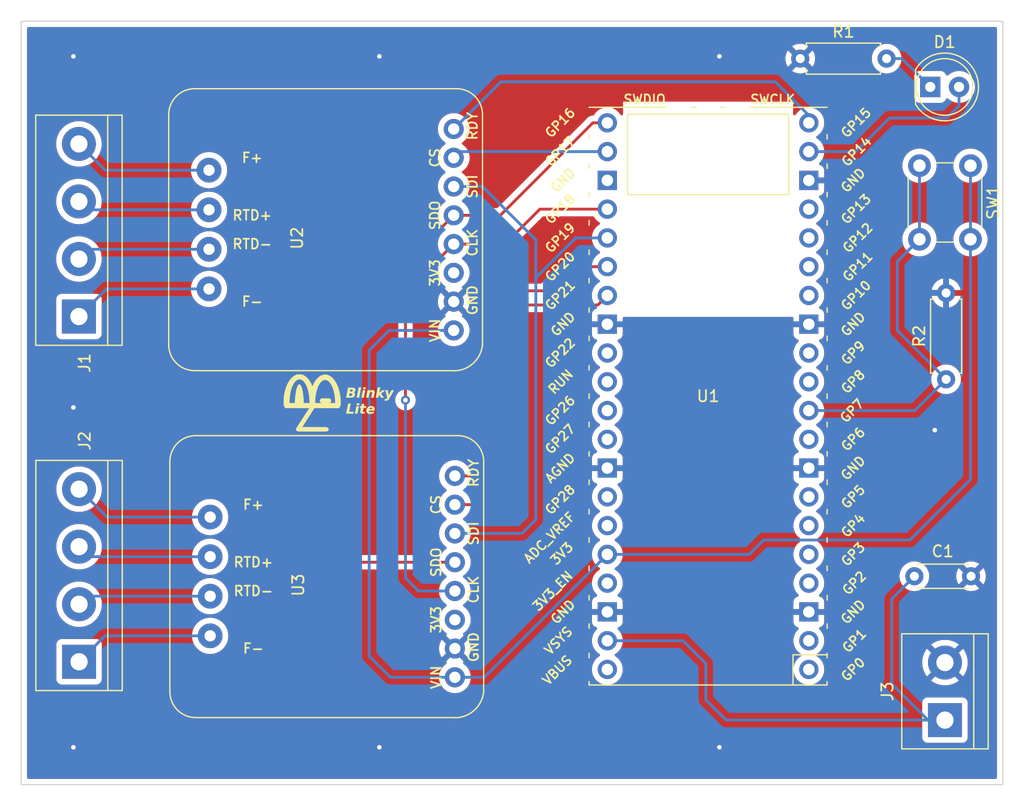
<source format=kicad_pcb>
(kicad_pcb (version 20211014) (generator pcbnew)
  (layers (0 "F.Cu" signal) (31 "B.Cu" signal) (34 "B.Paste" user) (35 "F.Paste" user) (36 "B.SilkS" user "B.Silkscreen") (37 "F.SilkS" user "F.Silkscreen") (38 "B.Mask" user) (39 "F.Mask" user) (44 "Edge.Cuts" user))
  (net 0 "")
  (net 1 "Net-(C1-Pad1)")
  (net 2 "GND")
  (net 3 "Net-(R2-Pad1)")
  (net 5 "Net-(D1-Pad1)")
  (net 9 "Net-(J1-Pad1)")
  (net 10 "Net-(J1-Pad2)")
  (net 15 "Net-(J1-Pad3)")
  (net 16 "Net-(J1-Pad4)")
  (net 17 "Net-(J2-Pad1)")
  (net 18 "Net-(J2-Pad2)")
  (net 21 "Net-(J2-Pad3)")
  (net 22 "Net-(U1-Pad19)")
  (net 23 "Net-(J2-Pad4)")
  (net 27 "Net-(U1-Pad21)")
  (net 28 "Net-(U1-Pad22)")
  (net 29 "Net-(U1-Pad24)")
  (net 30 "Net-(U1-Pad25)")
  (net 32 "Net-(SW1-Pad1)")
  (net 42 "Net-(U2-Pad8)")
  (net 43 "Net-(U3-Pad8)")
  (net 44 "Net-(U3-Pad7)")
  (footprint "Resistor_THT:R_Axial_DIN0207_L6.3mm_D2.5mm_P7.62mm_Horizontal" (layer "F.Cu") (at 182 81.51 90)
    (fp_text reference "R2" (at 3.81 -2.37 90) (layer "F.SilkS"))
    (fp_text value "10k")
    (pad "1" thru_hole circle (at 0 0 90) (size 1.6 1.6) (drill 0.8) (layers *.Cu *.Mask) (net 3 "Net-(R2-Pad1)"))
    (pad "2" thru_hole oval (at 7.62 0 90) (size 1.6 1.6) (drill 0.8) (layers *.Cu *.Mask) (net 2 "GND"))
  )
  (footprint "Button_Switch_THT:SW_PUSH_6mm" (layer "F.Cu") (at 184.15 62.65 -90)
    (fp_text reference "SW1" (at 3.25 -2 90) (layer "F.SilkS"))
    (fp_text value "SW_Push")
    (pad "1" thru_hole circle (at 6.5 0) (size 2 2) (drill 1.1) (layers *.Cu *.Mask) (net 32 "Net-(SW1-Pad1)"))
    (pad "1" thru_hole circle (at 0 0) (size 2 2) (drill 1.1) (layers *.Cu *.Mask) (net 32 "Net-(SW1-Pad1)"))
    (pad "2" thru_hole circle (at 0 4.5) (size 2 2) (drill 1.1) (layers *.Cu *.Mask) (net 3 "Net-(R2-Pad1)"))
    (pad "2" thru_hole circle (at 6.5 4.5) (size 2 2) (drill 1.1) (layers *.Cu *.Mask) (net 3 "Net-(R2-Pad1)"))
  )
  (footprint "TerminalBlock:TerminalBlock_bornier-4_P5.08mm" (layer "F.Cu") (at 105.5 106.4514 90)
    (fp_text reference "J2" (at 19.5 0.5 90) (layer "F.SilkS"))
    (fp_text value "Screw_Terminal_01x04")
    (pad "1" thru_hole rect (at 0 0 90) (size 3 3) (drill 1.52) (layers *.Cu *.Mask) (net 17 "Net-(J2-Pad1)"))
    (pad "2" thru_hole circle (at 5.08 0 90) (size 3 3) (drill 1.52) (layers *.Cu *.Mask) (net 18 "Net-(J2-Pad2)"))
    (pad "3" thru_hole circle (at 10.16 0 90) (size 3 3) (drill 1.52) (layers *.Cu *.Mask) (net 21 "Net-(J2-Pad3)"))
    (pad "4" thru_hole circle (at 15.24 0 90) (size 3 3) (drill 1.52) (layers *.Cu *.Mask) (net 23 "Net-(J2-Pad4)"))
  )
  (footprint "MCU_RaspberryPi_and_Boards:RPi_Pico_SMD_TH" (layer "F.Cu") (at 161 83 180)
    (fp_text reference "U1" (at 0 0) (layer "F.SilkS"))
    (fp_text value "Pico")
    (fp_text user "GP26" (at 13.054 -1.27 45) (layer "F.SilkS") (effects (font (size 0.8 0.8))))
    (fp_text user "GP15" (at -13.054 24.13 45) (layer "F.SilkS") (effects (font (size 0.8 0.8))))
    (fp_text user "GP1" (at -12.9 -21.6 45) (layer "F.SilkS") (effects (font (size 0.8 0.8))))
    (fp_text user "GP28" (at 13.054 -9.144 45) (layer "F.SilkS") (effects (font (size 0.8 0.8))))
    (fp_text user "GND" (at -12.8 -19.05 45) (layer "F.SilkS") (effects (font (size 0.8 0.8))))
    (fp_text user "GP20" (at 13.054 11.43 45) (layer "F.SilkS") (effects (font (size 0.8 0.8))))
    (fp_text user "GP27" (at 13.054 -3.8 45) (layer "F.SilkS") (effects (font (size 0.8 0.8))))
    (fp_text user "SWCLK" (at -5.7 26.2) (layer "F.SilkS") (effects (font (size 0.8 0.8))))
    (fp_text user "GND" (at 12.8 6.35 45) (layer "F.SilkS") (effects (font (size 0.8 0.8))))
    (fp_text user "GP21" (at 13.054 8.9 45) (layer "F.SilkS") (effects (font (size 0.8 0.8))))
    (fp_text user "AGND" (at 13.054 -6.35 45) (layer "F.SilkS") (effects (font (size 0.8 0.8))))
    (fp_text user "GP19" (at 13.054 13.97 45) (layer "F.SilkS") (effects (font (size 0.8 0.8))))
    (fp_text user "GP5" (at -12.8 -8.89 45) (layer "F.SilkS") (effects (font (size 0.8 0.8))))
    (fp_text user "GP6" (at -12.8 -3.81 45) (layer "F.SilkS") (effects (font (size 0.8 0.8))))
    (fp_text user "GP12" (at -13.2 13.97 45) (layer "F.SilkS") (effects (font (size 0.8 0.8))))
    (fp_text user "GP14" (at -13.1 21.59 45) (layer "F.SilkS") (effects (font (size 0.8 0.8))))
    (fp_text user "GND" (at 12.8 -19.05 45) (layer "F.SilkS") (effects (font (size 0.8 0.8))))
    (fp_text user "GND" (at 12.8 19.05 45) (layer "F.SilkS") (effects (font (size 0.8 0.8))))
    (fp_text user "GP4" (at -12.8 -11.43 45) (layer "F.SilkS") (effects (font (size 0.8 0.8))))
    (fp_text user "GP2" (at -12.9 -16.51 45) (layer "F.SilkS") (effects (font (size 0.8 0.8))))
    (fp_text user "GP0" (at -12.8 -24.13 45) (layer "F.SilkS") (effects (font (size 0.8 0.8))))
    (fp_text user "GP13" (at -13.054 16.51 45) (layer "F.SilkS") (effects (font (size 0.8 0.8))))
    (fp_text user "GP11" (at -13.2 11.43 45) (layer "F.SilkS") (effects (font (size 0.8 0.8))))
    (fp_text user "3V3" (at 12.9 -13.9 45) (layer "F.SilkS") (effects (font (size 0.8 0.8))))
    (fp_text user "GP9" (at -12.8 3.81 45) (layer "F.SilkS") (effects (font (size 0.8 0.8))))
    (fp_text user "GP8" (at -12.8 1.27 45) (layer "F.SilkS") (effects (font (size 0.8 0.8))))
    (fp_text user "3V3_EN" (at 13.7 -17.2 45) (layer "F.SilkS") (effects (font (size 0.8 0.8))))
    (fp_text user "GP22" (at 13.054 3.81 45) (layer "F.SilkS") (effects (font (size 0.8 0.8))))
    (fp_text user "GND" (at -12.8 6.35 45) (layer "F.SilkS") (effects (font (size 0.8 0.8))))
    (fp_text user "GND" (at -12.8 -6.35 45) (layer "F.SilkS") (effects (font (size 0.8 0.8))))
    (fp_text user "GP10" (at -13.054 8.89 45) (layer "F.SilkS") (effects (font (size 0.8 0.8))))
    (fp_text user "GP17" (at 13.054 21.59 45) (layer "F.SilkS") (effects (font (size 0.8 0.8))))
    (fp_text user "VSYS" (at 13.2 -21.59 45) (layer "F.SilkS") (effects (font (size 0.8 0.8))))
    (fp_text user "GP16" (at 13.054 24.13 45) (layer "F.SilkS") (effects (font (size 0.8 0.8))))
    (fp_text user "GND" (at -12.8 19.05 45) (layer "F.SilkS") (effects (font (size 0.8 0.8))))
    (fp_text user "RUN" (at 13 1.27 45) (layer "F.SilkS") (effects (font (size 0.8 0.8))))
    (fp_text user "ADC_VREF" (at 14 -12.5 45) (layer "F.SilkS") (effects (font (size 0.8 0.8))))
    (fp_text user "GP3" (at -12.8 -13.97 45) (layer "F.SilkS") (effects (font (size 0.8 0.8))))
    (fp_text user "SWDIO" (at 5.6 26.2) (layer "F.SilkS") (effects (font (size 0.8 0.8))))
    (fp_text user "VBUS" (at 13.3 -24.2 45) (layer "F.SilkS") (effects (font (size 0.8 0.8))))
    (fp_text user "GP7" (at -12.7 -1.3 45) (layer "F.SilkS") (effects (font (size 0.8 0.8))))
    (fp_text user "GP18" (at 13.054 16.51 45) (layer "F.SilkS") (effects (font (size 0.8 0.8))))
    (pad "1" thru_hole oval (at -8.89 -24.13 180) (size 1.7 1.7) (drill 1.02) (layers *.Cu *.Mask))
    (pad "2" thru_hole oval (at -8.89 -21.59 180) (size 1.7 1.7) (drill 1.02) (layers *.Cu *.Mask))
    (pad "3" thru_hole rect (at -8.89 -19.05 180) (size 1.7 1.7) (drill 1.02) (layers *.Cu *.Mask) (net 2 "GND"))
    (pad "4" thru_hole oval (at -8.89 -16.51 180) (size 1.7 1.7) (drill 1.02) (layers *.Cu *.Mask))
    (pad "5" thru_hole oval (at -8.89 -13.97 180) (size 1.7 1.7) (drill 1.02) (layers *.Cu *.Mask))
    (pad "6" thru_hole oval (at -8.89 -11.43 180) (size 1.7 1.7) (drill 1.02) (layers *.Cu *.Mask))
    (pad "7" thru_hole oval (at -8.89 -8.89 180) (size 1.7 1.7) (drill 1.02) (layers *.Cu *.Mask))
    (pad "8" thru_hole rect (at -8.89 -6.35 180) (size 1.7 1.7) (drill 1.02) (layers *.Cu *.Mask) (net 2 "GND"))
    (pad "9" thru_hole oval (at -8.89 -3.81 180) (size 1.7 1.7) (drill 1.02) (layers *.Cu *.Mask))
    (pad "10" thru_hole oval (at -8.89 -1.27 180) (size 1.7 1.7) (drill 1.02) (layers *.Cu *.Mask) (net 3 "Net-(R2-Pad1)"))
    (pad "11" thru_hole oval (at -8.89 1.27 180) (size 1.7 1.7) (drill 1.02) (layers *.Cu *.Mask))
    (pad "12" thru_hole oval (at -8.89 3.81 180) (size 1.7 1.7) (drill 1.02) (layers *.Cu *.Mask))
    (pad "13" thru_hole rect (at -8.89 6.35 180) (size 1.7 1.7) (drill 1.02) (layers *.Cu *.Mask) (net 2 "GND"))
    (pad "14" thru_hole oval (at -8.89 8.89 180) (size 1.7 1.7) (drill 1.02) (layers *.Cu *.Mask))
    (pad "15" thru_hole oval (at -8.89 11.43 180) (size 1.7 1.7) (drill 1.02) (layers *.Cu *.Mask))
    (pad "16" thru_hole oval (at -8.89 13.97 180) (size 1.7 1.7) (drill 1.02) (layers *.Cu *.Mask))
    (pad "17" thru_hole oval (at -8.89 16.51 180) (size 1.7 1.7) (drill 1.02) (layers *.Cu *.Mask))
    (pad "18" thru_hole rect (at -8.89 19.05 180) (size 1.7 1.7) (drill 1.02) (layers *.Cu *.Mask) (net 2 "GND"))
    (pad "19" thru_hole oval (at -8.89 21.59 180) (size 1.7 1.7) (drill 1.02) (layers *.Cu *.Mask) (net 22 "Net-(U1-Pad19)"))
    (pad "20" thru_hole oval (at -8.89 24.13 180) (size 1.7 1.7) (drill 1.02) (layers *.Cu *.Mask) (net 42 "Net-(U2-Pad8)"))
    (pad "21" thru_hole oval (at 8.89 24.13 180) (size 1.7 1.7) (drill 1.02) (layers *.Cu *.Mask) (net 27 "Net-(U1-Pad21)"))
    (pad "22" thru_hole oval (at 8.89 21.59 180) (size 1.7 1.7) (drill 1.02) (layers *.Cu *.Mask) (net 28 "Net-(U1-Pad22)"))
    (pad "23" thru_hole rect (at 8.89 19.05 180) (size 1.7 1.7) (drill 1.02) (layers *.Cu *.Mask))
    (pad "24" thru_hole oval (at 8.89 16.51 180) (size 1.7 1.7) (drill 1.02) (layers *.Cu *.Mask) (net 29 "Net-(U1-Pad24)"))
    (pad "25" thru_hole oval (at 8.89 13.97 180) (size 1.7 1.7) (drill 1.02) (layers *.Cu *.Mask) (net 30 "Net-(U1-Pad25)"))
    (pad "26" thru_hole oval (at 8.89 11.43 180) (size 1.7 1.7) (drill 1.02) (layers *.Cu *.Mask) (net 43 "Net-(U3-Pad8)"))
    (pad "27" thru_hole oval (at 8.89 8.89 180) (size 1.7 1.7) (drill 1.02) (layers *.Cu *.Mask) (net 44 "Net-(U3-Pad7)"))
    (pad "28" thru_hole rect (at 8.89 6.35 180) (size 1.7 1.7) (drill 1.02) (layers *.Cu *.Mask) (net 2 "GND"))
    (pad "29" thru_hole oval (at 8.89 3.81 180) (size 1.7 1.7) (drill 1.02) (layers *.Cu *.Mask))
    (pad "30" thru_hole oval (at 8.89 1.27 180) (size 1.7 1.7) (drill 1.02) (layers *.Cu *.Mask))
    (pad "31" thru_hole oval (at 8.89 -1.27 180) (size 1.7 1.7) (drill 1.02) (layers *.Cu *.Mask))
    (pad "32" thru_hole oval (at 8.89 -3.81 180) (size 1.7 1.7) (drill 1.02) (layers *.Cu *.Mask))
    (pad "33" thru_hole rect (at 8.89 -6.35 180) (size 1.7 1.7) (drill 1.02) (layers *.Cu *.Mask) (net 2 "GND"))
    (pad "34" thru_hole oval (at 8.89 -8.89 180) (size 1.7 1.7) (drill 1.02) (layers *.Cu *.Mask))
    (pad "35" thru_hole oval (at 8.89 -11.43 180) (size 1.7 1.7) (drill 1.02) (layers *.Cu *.Mask))
    (pad "36" thru_hole oval (at 8.89 -13.97 180) (size 1.7 1.7) (drill 1.02) (layers *.Cu *.Mask) (net 32 "Net-(SW1-Pad1)"))
    (pad "37" thru_hole oval (at 8.89 -16.51 180) (size 1.7 1.7) (drill 1.02) (layers *.Cu *.Mask))
    (pad "38" thru_hole rect (at 8.89 -19.05 180) (size 1.7 1.7) (drill 1.02) (layers *.Cu *.Mask) (net 2 "GND"))
    (pad "39" thru_hole oval (at 8.89 -21.59 180) (size 1.7 1.7) (drill 1.02) (layers *.Cu *.Mask) (net 1 "Net-(C1-Pad1)"))
    (pad "40" thru_hole oval (at 8.89 -24.13 180) (size 1.7 1.7) (drill 1.02) (layers *.Cu *.Mask))
  )
  (footprint "Resistor_THT:R_Axial_DIN0207_L6.3mm_D2.5mm_P7.62mm_Horizontal" (layer "F.Cu") (at 169.13 53.2)
    (fp_text reference "R1" (at 3.81 -2.37) (layer "F.SilkS"))
    (fp_text value "220")
    (pad "1" thru_hole circle (at 0 0) (size 1.6 1.6) (drill 0.8) (layers *.Cu *.Mask) (net 2 "GND"))
    (pad "2" thru_hole oval (at 7.62 0) (size 1.6 1.6) (drill 0.8) (layers *.Cu *.Mask) (net 5 "Net-(D1-Pad1)"))
  )
  (footprint "LED_THT:LED_D5.0mm" (layer "F.Cu") (at 180.6 55.7)
    (fp_text reference "D1" (at 1.27 -3.96) (layer "F.SilkS"))
    (fp_text value "LED")
    (pad "1" thru_hole rect (at 0 0) (size 1.8 1.8) (drill 0.9) (layers *.Cu *.Mask) (net 5 "Net-(D1-Pad1)"))
    (pad "2" thru_hole circle (at 2.54 0) (size 1.8 1.8) (drill 0.9) (layers *.Cu *.Mask) (net 22 "Net-(U1-Pad19)"))
  )
  (footprint "MAX31865:MAX31865" (layer "F.Cu") (at 138.6586 107.8212 90)
    (fp_text reference "U3" (at 8.146051 -13.816949 90 unlocked) (layer "F.SilkS"))
    (fp_text value "MAX31865")
    (fp_text user "F-" (at 2.54 -17.78) (layer "F.SilkS") (effects (font (size 0.8636 0.8636) (thickness 0.1524))))
    (fp_text user "SDO" (at 10.16 -1.651 90) (layer "F.SilkS") (effects (font (size 0.8636 0.8636) (thickness 0.1524))))
    (fp_text user "VIN" (at 0 -1.651 90) (layer "F.SilkS") (effects (font (size 0.8636 0.8636) (thickness 0.1524))))
    (fp_text user "RTD-" (at 7.62 -17.78) (layer "F.SilkS") (effects (font (size 0.8636 0.8636) (thickness 0.1524))))
    (fp_text user "GND" (at 2.667 1.651 90) (layer "F.SilkS") (effects (font (size 0.8636 0.8636) (thickness 0.1524))))
    (fp_text user "SDI" (at 12.7 1.651 90) (layer "F.SilkS") (effects (font (size 0.8636 0.8636) (thickness 0.1524))))
    (fp_text user "RDY" (at 18.034 1.651 90) (layer "F.SilkS") (effects (font (size 0.8636 0.8636) (thickness 0.1524))))
    (fp_text user "RTD+" (at 10.16 -17.78) (layer "F.SilkS") (effects (font (size 0.8636 0.8636) (thickness 0.1524))))
    (fp_text user "CS" (at 15.24 -1.651 90) (layer "F.SilkS") (effects (font (size 0.8636 0.8636) (thickness 0.1524))))
    (fp_text user "CLK" (at 7.747 1.651 90) (layer "F.SilkS") (effects (font (size 0.8636 0.8636) (thickness 0.1524))))
    (fp_text user "F+" (at 15.24 -17.78) (layer "F.SilkS") (effects (font (size 0.8636 0.8636) (thickness 0.1524))))
    (fp_text user "3V3" (at 5.08 -1.651 90) (layer "F.SilkS") (effects (font (size 0.8636 0.8636) (thickness 0.1524))))
    (pad "1" thru_hole circle (at 0 0 180) (size 1.778 1.778) (drill 1) (layers *.Cu *.Mask) (net 32 "Net-(SW1-Pad1)"))
    (pad "2" thru_hole circle (at 2.54 0 180) (size 1.778 1.778) (drill 1) (layers *.Cu *.Mask) (net 2 "GND"))
    (pad "3" thru_hole circle (at 5.08 0 180) (size 1.778 1.778) (drill 1) (layers *.Cu *.Mask))
    (pad "4" thru_hole circle (at 7.62 0 180) (size 1.778 1.778) (drill 1) (layers *.Cu *.Mask) (net 29 "Net-(U1-Pad24)"))
    (pad "5" thru_hole circle (at 10.16 0 180) (size 1.778 1.778) (drill 1) (layers *.Cu *.Mask) (net 27 "Net-(U1-Pad21)"))
    (pad "6" thru_hole circle (at 12.7 0 180) (size 1.778 1.778) (drill 1) (layers *.Cu *.Mask) (net 30 "Net-(U1-Pad25)"))
    (pad "7" thru_hole circle (at 15.24 0 180) (size 1.778 1.778) (drill 1) (layers *.Cu *.Mask) (net 44 "Net-(U3-Pad7)"))
    (pad "8" thru_hole circle (at 17.78 0 180) (size 1.778 1.778) (drill 1) (layers *.Cu *.Mask) (net 43 "Net-(U3-Pad8)"))
    (pad "9" thru_hole circle (at 3.661 -21.59 270) (size 2.1844 2.1844) (drill 1) (layers *.Cu *.Mask) (net 17 "Net-(J2-Pad1)"))
    (pad "10" thru_hole circle (at 7.161 -21.59 270) (size 2.1844 2.1844) (drill 1) (layers *.Cu *.Mask) (net 18 "Net-(J2-Pad2)"))
    (pad "11" thru_hole circle (at 10.646 -21.59 270) (size 2.1844 2.1844) (drill 1) (layers *.Cu *.Mask) (net 21 "Net-(J2-Pad3)"))
    (pad "12" thru_hole circle (at 14.146 -21.59 270) (size 2.1844 2.1844) (drill 1) (layers *.Cu *.Mask) (net 23 "Net-(J2-Pad4)"))
  )
  (footprint "MAX31865:MAX31865" (layer "F.Cu") (at 138.557 77.194 90)
    (fp_text reference "U2" (at 8.146051 -13.816949 90 unlocked) (layer "F.SilkS"))
    (fp_text value "MAX31865")
    (fp_text user "GND" (at 2.667 1.651 90) (layer "F.SilkS") (effects (font (size 0.8636 0.8636) (thickness 0.1524))))
    (fp_text user "F+" (at 15.24 -17.78) (layer "F.SilkS") (effects (font (size 0.8636 0.8636) (thickness 0.1524))))
    (fp_text user "RTD-" (at 7.62 -17.78) (layer "F.SilkS") (effects (font (size 0.8636 0.8636) (thickness 0.1524))))
    (fp_text user "3V3" (at 5.08 -1.651 90) (layer "F.SilkS") (effects (font (size 0.8636 0.8636) (thickness 0.1524))))
    (fp_text user "CS" (at 15.24 -1.651 90) (layer "F.SilkS") (effects (font (size 0.8636 0.8636) (thickness 0.1524))))
    (fp_text user "F-" (at 2.54 -17.78) (layer "F.SilkS") (effects (font (size 0.8636 0.8636) (thickness 0.1524))))
    (fp_text user "SDI" (at 12.7 1.651 90) (layer "F.SilkS") (effects (font (size 0.8636 0.8636) (thickness 0.1524))))
    (fp_text user "VIN" (at 0 -1.651 90) (layer "F.SilkS") (effects (font (size 0.8636 0.8636) (thickness 0.1524))))
    (fp_text user "RDY" (at 18.034 1.651 90) (layer "F.SilkS") (effects (font (size 0.8636 0.8636) (thickness 0.1524))))
    (fp_text user "CLK" (at 7.747 1.651 90) (layer "F.SilkS") (effects (font (size 0.8636 0.8636) (thickness 0.1524))))
    (fp_text user "SDO" (at 10.16 -1.651 90) (layer "F.SilkS") (effects (font (size 0.8636 0.8636) (thickness 0.1524))))
    (fp_text user "RTD+" (at 10.16 -17.78) (layer "F.SilkS") (effects (font (size 0.8636 0.8636) (thickness 0.1524))))
    (pad "1" thru_hole circle (at 0 0 180) (size 1.778 1.778) (drill 1) (layers *.Cu *.Mask) (net 32 "Net-(SW1-Pad1)"))
    (pad "2" thru_hole circle (at 2.54 0 180) (size 1.778 1.778) (drill 1) (layers *.Cu *.Mask) (net 2 "GND"))
    (pad "3" thru_hole circle (at 5.08 0 180) (size 1.778 1.778) (drill 1) (layers *.Cu *.Mask))
    (pad "4" thru_hole circle (at 7.62 0 180) (size 1.778 1.778) (drill 1) (layers *.Cu *.Mask) (net 29 "Net-(U1-Pad24)"))
    (pad "5" thru_hole circle (at 10.16 0 180) (size 1.778 1.778) (drill 1) (layers *.Cu *.Mask) (net 27 "Net-(U1-Pad21)"))
    (pad "6" thru_hole circle (at 12.7 0 180) (size 1.778 1.778) (drill 1) (layers *.Cu *.Mask) (net 30 "Net-(U1-Pad25)"))
    (pad "7" thru_hole circle (at 15.24 0 180) (size 1.778 1.778) (drill 1) (layers *.Cu *.Mask) (net 28 "Net-(U1-Pad22)"))
    (pad "8" thru_hole circle (at 17.78 0 180) (size 1.778 1.778) (drill 1) (layers *.Cu *.Mask) (net 42 "Net-(U2-Pad8)"))
    (pad "9" thru_hole circle (at 3.661 -21.59 270) (size 2.1844 2.1844) (drill 1) (layers *.Cu *.Mask) (net 9 "Net-(J1-Pad1)"))
    (pad "10" thru_hole circle (at 7.161 -21.59 270) (size 2.1844 2.1844) (drill 1) (layers *.Cu *.Mask) (net 10 "Net-(J1-Pad2)"))
    (pad "11" thru_hole circle (at 10.646 -21.59 270) (size 2.1844 2.1844) (drill 1) (layers *.Cu *.Mask) (net 15 "Net-(J1-Pad3)"))
    (pad "12" thru_hole circle (at 14.146 -21.59 270) (size 2.1844 2.1844) (drill 1) (layers *.Cu *.Mask) (net 16 "Net-(J1-Pad4)"))
  )
  (footprint "TerminalBlock:TerminalBlock_bornier-2_P5.08mm" (layer "F.Cu") (at 181.9 111.6 90)
    (fp_text reference "J3" (at 2.54 -5.08 90) (layer "F.SilkS"))
    (fp_text value "Screw_Terminal_01x02")
    (pad "1" thru_hole rect (at 0 0 90) (size 3 3) (drill 1.52) (layers *.Cu *.Mask) (net 1 "Net-(C1-Pad1)"))
    (pad "2" thru_hole circle (at 5.08 0 90) (size 3 3) (drill 1.52) (layers *.Cu *.Mask) (net 2 "GND"))
  )
  (footprint "TerminalBlock:TerminalBlock_bornier-4_P5.08mm" (layer "F.Cu") (at 105.4862 75.9714 90)
    (fp_text reference "J1" (at -4.1 0.5 90) (layer "F.SilkS"))
    (fp_text value "Screw_Terminal_01x04")
    (pad "1" thru_hole rect (at 0 0 90) (size 3 3) (drill 1.52) (layers *.Cu *.Mask) (net 9 "Net-(J1-Pad1)"))
    (pad "2" thru_hole circle (at 5.08 0 90) (size 3 3) (drill 1.52) (layers *.Cu *.Mask) (net 10 "Net-(J1-Pad2)"))
    (pad "3" thru_hole circle (at 10.16 0 90) (size 3 3) (drill 1.52) (layers *.Cu *.Mask) (net 15 "Net-(J1-Pad3)"))
    (pad "4" thru_hole circle (at 15.24 0 90) (size 3 3) (drill 1.52) (layers *.Cu *.Mask) (net 16 "Net-(J1-Pad4)"))
  )
  (footprint "Capacitor_THT:C_Disc_D4.3mm_W1.9mm_P5.00mm" (layer "F.Cu") (at 179.2 98.9)
    (fp_text reference "C1" (at 2.5 -2.2) (layer "F.SilkS"))
    (fp_text value "1uF")
    (pad "1" thru_hole circle (at 0 0) (size 1.6 1.6) (drill 0.8) (layers *.Cu *.Mask) (net 1 "Net-(C1-Pad1)"))
    (pad "2" thru_hole circle (at 5 0) (size 1.6 1.6) (drill 0.8) (layers *.Cu *.Mask) (net 2 "GND"))
  )
  (footprint "blinkyLiteLogo:blinkyLiteLogo" (layer "F.Cu") (at 128.596548 83.600077)
    (fp_text reference "G***" hide)
    (fp_text value "LOGO" hide)
  )
  (gr_rect (start 100.4 117.3) (end 187 49.9) (layer "Edge.Cuts") (width 0.1) (fill none))
  (segment (start 179.2 98.9) (end 177.2 100.9) (width 0.25) (layer "B.Cu") (net 1))
  (segment (start 180.4 111.6) (end 181.9 111.6) (width 0.25) (layer "B.Cu") (net 1))
  (segment (start 177.2 108.2) (end 177.1 108.3) (width 0.25) (layer "B.Cu") (net 1))
  (segment (start 160.8 106.6) (end 160.8 109.8) (width 0.25) (layer "B.Cu") (net 1))
  (segment (start 177.2 100.9) (end 177.2 108.2) (width 0.25) (layer "B.Cu") (net 1))
  (segment (start 162.6 111.6) (end 181.9 111.6) (width 0.25) (layer "B.Cu") (net 1))
  (segment (start 158.79 104.59) (end 160.8 106.6) (width 0.25) (layer "B.Cu") (net 1))
  (segment (start 160.8 109.8) (end 162.6 111.6) (width 0.25) (layer "B.Cu") (net 1))
  (segment (start 177.1 108.3) (end 180.4 111.6) (width 0.25) (layer "B.Cu") (net 1))
  (segment (start 152.11 104.59) (end 158.79 104.59) (width 0.25) (layer "B.Cu") (net 1))
  (via (at 132 114) (size 0.8) (drill 0.4) (layers "F.Cu" "B.Cu") (net 2))
  (via (at 162 53) (size 0.8) (drill 0.4) (layers "F.Cu" "B.Cu") (net 2))
  (via (at 105 53) (size 0.8) (drill 0.4) (layers "F.Cu" "B.Cu") (net 2))
  (via (at 181 86) (size 0.8) (drill 0.4) (layers "F.Cu" "B.Cu") (net 2))
  (via (at 105 84) (size 0.8) (drill 0.4) (layers "F.Cu" "B.Cu") (net 2))
  (via (at 132 53) (size 0.8) (drill 0.4) (layers "F.Cu" "B.Cu") (net 2))
  (via (at 162 114) (size 0.8) (drill 0.4) (layers "F.Cu" "B.Cu") (net 2))
  (via (at 105 114) (size 0.8) (drill 0.4) (layers "F.Cu" "B.Cu") (net 2))
  (segment (start 169.89 84.27) (end 179.24 84.27) (width 0.25) (layer "B.Cu") (net 3))
  (segment (start 177.7 71.1) (end 177.7 77.21) (width 0.25) (layer "B.Cu") (net 3))
  (segment (start 179.24 84.27) (end 182 81.51) (width 0.25) (layer "B.Cu") (net 3))
  (segment (start 179.65 69.15) (end 179.65 62.65) (width 0.25) (layer "B.Cu") (net 3))
  (segment (start 179.65 69.15) (end 177.7 71.1) (width 0.25) (layer "B.Cu") (net 3))
  (segment (start 177.7 77.21) (end 182 81.51) (width 0.25) (layer "B.Cu") (net 3))
  (segment (start 176.75 53.2) (end 178.1 53.2) (width 0.25) (layer "B.Cu") (net 5))
  (segment (start 178.1 53.2) (end 180.6 55.7) (width 0.25) (layer "B.Cu") (net 5))
  (segment (start 116.967 73.533) (end 107.9246 73.533) (width 0.25) (layer "B.Cu") (net 9))
  (segment (start 107.9246 73.533) (end 105.4862 75.9714) (width 0.25) (layer "B.Cu") (net 9))
  (segment (start 106.3446 70.033) (end 105.4862 70.8914) (width 0.25) (layer "B.Cu") (net 10))
  (segment (start 116.967 70.033) (end 106.3446 70.033) (width 0.25) (layer "B.Cu") (net 10))
  (segment (start 106.2228 66.548) (end 105.4862 65.8114) (width 0.25) (layer "B.Cu") (net 15))
  (segment (start 116.967 66.548) (end 106.2228 66.548) (width 0.25) (layer "B.Cu") (net 15))
  (segment (start 116.967 63.048) (end 107.8028 63.048) (width 0.25) (layer "B.Cu") (net 16))
  (segment (start 107.8028 63.048) (end 105.4862 60.7314) (width 0.25) (layer "B.Cu") (net 16))
  (segment (start 117.0686 104.1602) (end 107.7912 104.1602) (width 0.25) (layer "B.Cu") (net 17))
  (segment (start 107.7912 104.1602) (end 105.5 106.4514) (width 0.25) (layer "B.Cu") (net 17))
  (segment (start 106.2112 100.6602) (end 105.5 101.3714) (width 0.25) (layer "B.Cu") (net 18))
  (segment (start 117.0686 100.6602) (end 106.2112 100.6602) (width 0.25) (layer "B.Cu") (net 18))
  (segment (start 117.0686 97.1752) (end 106.3838 97.1752) (width 0.25) (layer "B.Cu") (net 21))
  (segment (start 106.3838 97.1752) (end 105.5 96.2914) (width 0.25) (layer "B.Cu") (net 21))
  (segment (start 182.05 58.45) (end 183.14 57.36) (width 0.25) (layer "B.Cu") (net 22))
  (segment (start 177 58.45) (end 182.05 58.45) (width 0.25) (layer "B.Cu") (net 22))
  (segment (start 183.14 57.36) (end 183.14 55.7) (width 0.25) (layer "B.Cu") (net 22))
  (segment (start 174.04 61.41) (end 177 58.45) (width 0.25) (layer "B.Cu") (net 22))
  (segment (start 169.89 61.41) (end 174.04 61.41) (width 0.25) (layer "B.Cu") (net 22))
  (segment (start 107.9638 93.6752) (end 105.5 91.2114) (width 0.25) (layer "B.Cu") (net 23))
  (segment (start 117.0686 93.6752) (end 107.9638 93.6752) (width 0.25) (layer "B.Cu") (net 23))
  (segment (start 142.666 67.034) (end 150.83 58.87) (width 0.25) (layer "F.Cu") (net 27))
  (segment (start 128.35 97.1) (end 128.35 77.241) (width 0.25) (layer "F.Cu") (net 27))
  (segment (start 128.35 77.241) (end 138.557 67.034) (width 0.25) (layer "F.Cu") (net 27))
  (segment (start 128.9112 97.6612) (end 128.35 97.1) (width 0.25) (layer "F.Cu") (net 27))
  (segment (start 138.557 67.034) (end 142.666 67.034) (width 0.25) (layer "F.Cu") (net 27))
  (segment (start 150.83 58.87) (end 152.11 58.87) (width 0.25) (layer "F.Cu") (net 27))
  (segment (start 138.6586 97.6612) (end 128.9112 97.6612) (width 0.25) (layer "F.Cu") (net 27))
  (segment (start 139.101 61.41) (end 138.557 61.954) (width 0.25) (layer "B.Cu") (net 28))
  (segment (start 152.11 61.41) (end 139.101 61.41) (width 0.25) (layer "B.Cu") (net 28))
  (segment (start 146.16 66.49) (end 152.11 66.49) (width 0.25) (layer "F.Cu") (net 29))
  (segment (start 134.3 83.35) (end 134.3 73.831) (width 0.25) (layer "F.Cu") (net 29))
  (segment (start 143.076 69.574) (end 146.16 66.49) (width 0.25) (layer "F.Cu") (net 29))
  (segment (start 138.557 69.574) (end 143.076 69.574) (width 0.25) (layer "F.Cu") (net 29))
  (segment (start 134.3 73.831) (end 138.557 69.574) (width 0.25) (layer "F.Cu") (net 29))
  (via (at 134.3 83.35) (size 0.8) (drill 0.4) (layers "F.Cu" "B.Cu") (net 29))
  (segment (start 135.4512 100.2012) (end 134.5 99.25) (width 0.25) (layer "B.Cu") (net 29))
  (segment (start 134.5 99.25) (end 134.3 99.05) (width 0.25) (layer "B.Cu") (net 29))
  (segment (start 138.6586 100.2012) (end 135.4512 100.2012) (width 0.25) (layer "B.Cu") (net 29))
  (segment (start 134.3 99.05) (end 134.3 83.35) (width 0.25) (layer "B.Cu") (net 29))
  (segment (start 149.32 69.03) (end 152.11 69.03) (width 0.25) (layer "B.Cu") (net 30))
  (segment (start 145.8 93.9) (end 145.8 72.55) (width 0.25) (layer "B.Cu") (net 30))
  (segment (start 144.5788 95.1212) (end 145.8 93.9) (width 0.25) (layer "B.Cu") (net 30))
  (segment (start 138.6586 95.1212) (end 144.5788 95.1212) (width 0.25) (layer "B.Cu") (net 30))
  (segment (start 138.557 64.494) (end 141.094 64.494) (width 0.25) (layer "B.Cu") (net 30))
  (segment (start 145.8 69.2) (end 145.8 72.55) (width 0.25) (layer "B.Cu") (net 30))
  (segment (start 141.094 64.494) (end 145.8 69.2) (width 0.25) (layer "B.Cu") (net 30))
  (segment (start 145.8 72.55) (end 149.32 69.03) (width 0.25) (layer "B.Cu") (net 30))
  (segment (start 164.63 96.97) (end 165.9 95.7) (width 0.25) (layer "B.Cu") (net 32))
  (segment (start 178.8 95.7) (end 184.15 90.35) (width 0.25) (layer "B.Cu") (net 32))
  (segment (start 131.1 105.95) (end 131.1 78.95) (width 0.25) (layer "B.Cu") (net 32))
  (segment (start 184.15 90.35) (end 184.15 69.15) (width 0.25) (layer "B.Cu") (net 32))
  (segment (start 184.15 69.15) (end 184.15 62.65) (width 0.25) (layer "B.Cu") (net 32))
  (segment (start 138.6586 107.8212) (end 132.9712 107.8212) (width 0.25) (layer "B.Cu") (net 32))
  (segment (start 152.11 96.97) (end 164.63 96.97) (width 0.25) (layer "B.Cu") (net 32))
  (segment (start 138.6586 107.8212) (end 141.2588 107.8212) (width 0.25) (layer "B.Cu") (net 32))
  (segment (start 132.856 77.194) (end 138.557 77.194) (width 0.25) (layer "B.Cu") (net 32))
  (segment (start 131.1 78.95) (end 132.856 77.194) (width 0.25) (layer "B.Cu") (net 32))
  (segment (start 141.2588 107.8212) (end 152.11 96.97) (width 0.25) (layer "B.Cu") (net 32))
  (segment (start 165.9 95.7) (end 178.8 95.7) (width 0.25) (layer "B.Cu") (net 32))
  (segment (start 132.9712 107.8212) (end 131.1 105.95) (width 0.25) (layer "B.Cu") (net 32))
  (segment (start 169.89 58.213222) (end 169.89 58.87) (width 0.25) (layer "B.Cu") (net 42))
  (segment (start 142.721 55.25) (end 166.926778 55.25) (width 0.25) (layer "B.Cu") (net 42))
  (segment (start 166.926778 55.25) (end 169.89 58.213222) (width 0.25) (layer "B.Cu") (net 42))
  (segment (start 138.557 59.414) (end 142.721 55.25) (width 0.25) (layer "B.Cu") (net 42))
  (segment (start 146.55 73.7) (end 143.5 73.7) (width 0.25) (layer "F.Cu") (net 43))
  (segment (start 152.11 71.57) (end 148.68 71.57) (width 0.25) (layer "F.Cu") (net 43))
  (segment (start 141.95 75.25) (end 141.95 88.95) (width 0.25) (layer "F.Cu") (net 43))
  (segment (start 143.5 73.7) (end 141.95 75.25) (width 0.25) (layer "F.Cu") (net 43))
  (segment (start 141.95 88.95) (end 140.85 90.05) (width 0.25) (layer "F.Cu") (net 43))
  (segment (start 140.85 90.05) (end 140.8412 90.0412) (width 0.25) (layer "F.Cu") (net 43))
  (segment (start 148.68 71.57) (end 146.55 73.7) (width 0.25) (layer "F.Cu") (net 43))
  (segment (start 140.8412 90.0412) (end 138.6586 90.0412) (width 0.25) (layer "F.Cu") (net 43))
  (segment (start 141.5188 92.5812) (end 138.6586 92.5812) (width 0.25) (layer "F.Cu") (net 44))
  (segment (start 144.2 74.95) (end 143.95 75.2) (width 0.25) (layer "F.Cu") (net 44))
  (segment (start 151.27 74.95) (end 144.2 74.95) (width 0.25) (layer "F.Cu") (net 44))
  (segment (start 143.95 75.2) (end 143.95 90.15) (width 0.25) (layer "F.Cu") (net 44))
  (segment (start 143.95 90.15) (end 141.5188 92.5812) (width 0.25) (layer "F.Cu") (net 44))
  (segment (start 152.11 74.11) (end 151.27 74.95) (width 0.25) (layer "F.Cu") (net 44))
  (zone (net 0) (net_name "") (layers F&B.Cu "Edge.Cuts") (connect_pads (clearance 0)) (min_thickness 0.254)
    (keepout (tracks not_allowed) (vias not_allowed) (pads not_allowed) (copperpour not_allowed) (footprints allowed))
    (fill (thermal_gap 0.508) (thermal_bridge_width 0.508))
    (polygon (pts (xy 168.5 57) (xy 168.5 76) (xy 153.5 76) (xy 153.5 57)))
  )
  (zone (net 2) (net_name "GND") (layer "F.Cu") (connect_pads (clearance 0.508)) (min_thickness 0.254) (fill yes (thermal_gap 0.508) (thermal_bridge_width 0.508))
    (polygon (pts (xy 188 118) (xy 99 118) (xy 99 49) (xy 188 49)))
  )
  (zone (net 2) (net_name "GND") (layer "B.Cu") (connect_pads (clearance 0.508)) (min_thickness 0.254) (fill yes (thermal_gap 0.508) (thermal_bridge_width 0.508))
    (polygon (pts (xy 188 118) (xy 99 118) (xy 99 49) (xy 188 49)))
  )
)
</source>
